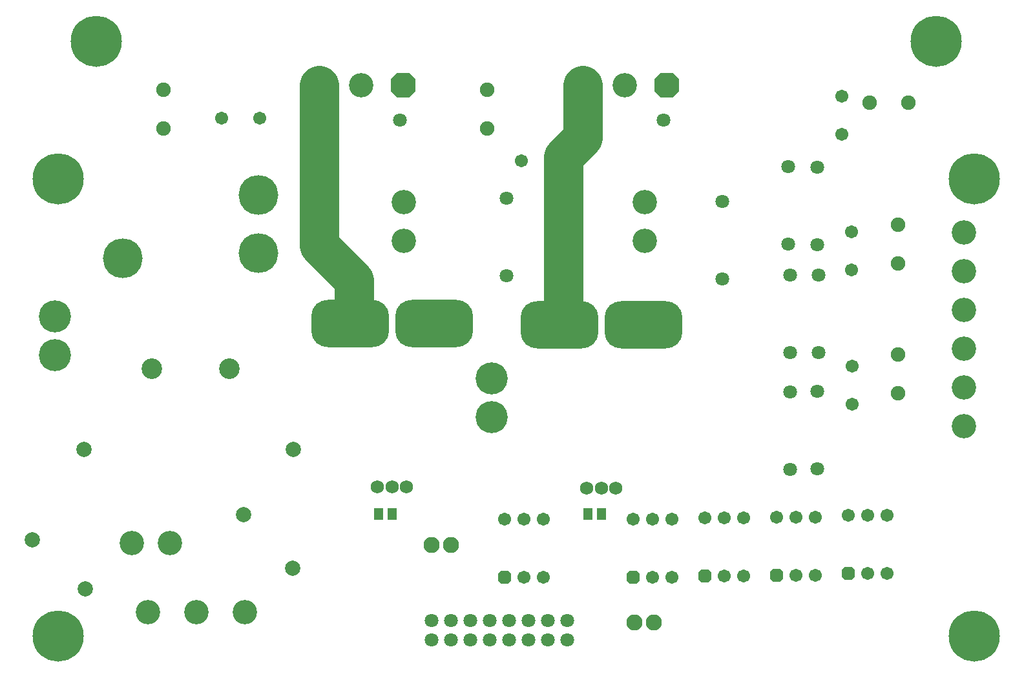
<source format=gts>
%FSLAX24Y24*%
%MOIN*%
G70*
G01*
G75*
G04 Layer_Color=8388736*
%ADD10R,0.0413X0.0551*%
%ADD11C,0.0591*%
%ADD12C,0.1969*%
%ADD13C,0.0394*%
%ADD14C,0.0197*%
%ADD15C,0.0118*%
%ADD16C,0.2362*%
%ADD17C,0.1575*%
%ADD18C,0.0787*%
%ADD19C,0.1181*%
%ADD20C,0.0100*%
%ADD21C,0.2559*%
%ADD22C,0.0591*%
%ADD23C,0.1181*%
%ADD24C,0.0748*%
%ADD25C,0.0630*%
%ADD26C,0.1575*%
%ADD27C,0.0669*%
G04:AMPARAMS|DCode=28|XSize=59.1mil|YSize=59.1mil|CornerRadius=0mil|HoleSize=0mil|Usage=FLASHONLY|Rotation=90.000|XOffset=0mil|YOffset=0mil|HoleType=Round|Shape=Octagon|*
%AMOCTAGOND28*
4,1,8,0.0148,0.0295,-0.0148,0.0295,-0.0295,0.0148,-0.0295,-0.0148,-0.0148,-0.0295,0.0148,-0.0295,0.0295,-0.0148,0.0295,0.0148,0.0148,0.0295,0.0*
%
%ADD28OCTAGOND28*%

G04:AMPARAMS|DCode=29|XSize=118.1mil|YSize=118.1mil|CornerRadius=0mil|HoleSize=0mil|Usage=FLASHONLY|Rotation=0.000|XOffset=0mil|YOffset=0mil|HoleType=Round|Shape=Octagon|*
%AMOCTAGOND29*
4,1,8,0.0591,-0.0295,0.0591,0.0295,0.0295,0.0591,-0.0295,0.0591,-0.0591,0.0295,-0.0591,-0.0295,-0.0295,-0.0591,0.0295,-0.0591,0.0591,-0.0295,0.0*
%
%ADD29OCTAGOND29*%

%ADD30C,0.0709*%
%ADD31C,0.1969*%
%ADD32C,0.0984*%
%ADD33C,0.0600*%
G04:AMPARAMS|DCode=34|XSize=393.7mil|YSize=236.2mil|CornerRadius=82.7mil|HoleSize=0mil|Usage=FLASHONLY|Rotation=0.000|XOffset=0mil|YOffset=0mil|HoleType=Round|Shape=RoundedRectangle|*
%AMROUNDEDRECTD34*
21,1,0.3937,0.0709,0,0,0.0*
21,1,0.2283,0.2362,0,0,0.0*
1,1,0.1654,0.1142,-0.0354*
1,1,0.1654,-0.1142,-0.0354*
1,1,0.1654,-0.1142,0.0354*
1,1,0.1654,0.1142,0.0354*
%
%ADD34ROUNDEDRECTD34*%
%ADD35C,0.0500*%
%ADD36R,0.0551X0.0413*%
G04:AMPARAMS|DCode=37|XSize=55mil|YSize=60mil|CornerRadius=13.8mil|HoleSize=0mil|Usage=FLASHONLY|Rotation=180.000|XOffset=0mil|YOffset=0mil|HoleType=Round|Shape=RoundedRectangle|*
%AMROUNDEDRECTD37*
21,1,0.0550,0.0325,0,0,180.0*
21,1,0.0275,0.0600,0,0,180.0*
1,1,0.0275,-0.0138,0.0163*
1,1,0.0275,0.0138,0.0163*
1,1,0.0275,0.0138,-0.0163*
1,1,0.0275,-0.0138,-0.0163*
%
%ADD37ROUNDEDRECTD37*%
%ADD38R,0.0787X0.0472*%
%ADD39R,0.2205X0.2205*%
%ADD40C,0.0295*%
%ADD41C,0.0079*%
%ADD42C,0.0039*%
%ADD43C,0.0050*%
%ADD44C,0.0059*%
%ADD45R,0.1181X0.1969*%
%ADD46R,0.0493X0.0631*%
%ADD47C,0.2049*%
%ADD48C,0.0474*%
%ADD49C,0.2639*%
%ADD50C,0.0671*%
%ADD51C,0.1261*%
%ADD52C,0.0828*%
%ADD53C,0.0710*%
%ADD54C,0.1655*%
%ADD55C,0.0749*%
G04:AMPARAMS|DCode=56|XSize=67.1mil|YSize=67.1mil|CornerRadius=0mil|HoleSize=0mil|Usage=FLASHONLY|Rotation=90.000|XOffset=0mil|YOffset=0mil|HoleType=Round|Shape=Octagon|*
%AMOCTAGOND56*
4,1,8,0.0168,0.0335,-0.0168,0.0335,-0.0335,0.0168,-0.0335,-0.0168,-0.0168,-0.0335,0.0168,-0.0335,0.0335,-0.0168,0.0335,0.0168,0.0168,0.0335,0.0*
%
%ADD56OCTAGOND56*%

G04:AMPARAMS|DCode=57|XSize=126.1mil|YSize=126.1mil|CornerRadius=0mil|HoleSize=0mil|Usage=FLASHONLY|Rotation=0.000|XOffset=0mil|YOffset=0mil|HoleType=Round|Shape=Octagon|*
%AMOCTAGOND57*
4,1,8,0.0631,-0.0315,0.0631,0.0315,0.0315,0.0631,-0.0315,0.0631,-0.0631,0.0315,-0.0631,-0.0315,-0.0315,-0.0631,0.0315,-0.0631,0.0631,-0.0315,0.0*
%
%ADD57OCTAGOND57*%

%ADD58C,0.0789*%
%ADD59C,0.2049*%
%ADD60C,0.1064*%
%ADD61C,0.0680*%
G04:AMPARAMS|DCode=62|XSize=401.7mil|YSize=244.2mil|CornerRadius=86.7mil|HoleSize=0mil|Usage=FLASHONLY|Rotation=0.000|XOffset=0mil|YOffset=0mil|HoleType=Round|Shape=RoundedRectangle|*
%AMROUNDEDRECTD62*
21,1,0.4017,0.0709,0,0,0.0*
21,1,0.2283,0.2442,0,0,0.0*
1,1,0.1734,0.1142,-0.0354*
1,1,0.1734,-0.1142,-0.0354*
1,1,0.1734,-0.1142,0.0354*
1,1,0.1734,0.1142,0.0354*
%
%ADD62ROUNDEDRECTD62*%
D46*
X41096Y16150D02*
D03*
X41804D02*
D03*
X30296D02*
D03*
X31004D02*
D03*
D47*
X27235Y30015D02*
Y36500D01*
Y38300D01*
Y30015D02*
X29032Y28219D01*
Y25975D02*
Y28219D01*
X39832Y34597D02*
X40835Y35600D01*
X39832Y25925D02*
Y34597D01*
X40835Y35600D02*
Y38300D01*
D48*
X27235Y36500D02*
X27400D01*
D49*
X15748Y40551D02*
D03*
X59055D02*
D03*
X61024Y33465D02*
D03*
X13780D02*
D03*
Y9843D02*
D03*
X61024D02*
D03*
D50*
X54200Y35766D02*
D03*
Y37734D02*
D03*
X24184Y36600D02*
D03*
X22216D02*
D03*
X54700Y28766D02*
D03*
Y30734D02*
D03*
X54750Y21816D02*
D03*
Y23784D02*
D03*
X37800Y12900D02*
D03*
X38800D02*
D03*
Y15900D02*
D03*
X37800D02*
D03*
X36800D02*
D03*
X39634Y34400D02*
D03*
X37666D02*
D03*
X55550Y13100D02*
D03*
X56550D02*
D03*
Y16100D02*
D03*
X55550D02*
D03*
X54550D02*
D03*
X51850Y13000D02*
D03*
X52850D02*
D03*
Y16000D02*
D03*
X51850D02*
D03*
X50850D02*
D03*
X48150Y12950D02*
D03*
X49150D02*
D03*
Y15950D02*
D03*
X48150D02*
D03*
X47150D02*
D03*
X44450Y12900D02*
D03*
X45450D02*
D03*
Y15900D02*
D03*
X44450D02*
D03*
X43450D02*
D03*
D51*
X18400Y11100D02*
D03*
X20900D02*
D03*
X23400D02*
D03*
X44050Y32250D02*
D03*
Y30250D02*
D03*
X60500Y30700D02*
D03*
Y28700D02*
D03*
X31600Y32250D02*
D03*
Y30250D02*
D03*
X60500Y26700D02*
D03*
Y24700D02*
D03*
Y22700D02*
D03*
Y20700D02*
D03*
X19534Y14650D02*
D03*
X17566D02*
D03*
X29400Y38300D02*
D03*
X27235D02*
D03*
X43000D02*
D03*
X40835D02*
D03*
D52*
X33050Y14551D02*
D03*
X34050Y14549D02*
D03*
X44500Y10549D02*
D03*
X43500Y10551D02*
D03*
D53*
X38050Y9650D02*
D03*
Y10650D02*
D03*
X39050Y9650D02*
D03*
Y10650D02*
D03*
X40050D02*
D03*
Y9650D02*
D03*
X33050D02*
D03*
Y10650D02*
D03*
X34050Y9650D02*
D03*
Y10650D02*
D03*
X35050D02*
D03*
Y9650D02*
D03*
X36050Y10650D02*
D03*
Y9650D02*
D03*
X37050Y10650D02*
D03*
Y9650D02*
D03*
X48050Y32300D02*
D03*
Y28300D02*
D03*
X52950Y30050D02*
D03*
Y34050D02*
D03*
X51450Y34100D02*
D03*
Y30100D02*
D03*
X53000Y24500D02*
D03*
Y28500D02*
D03*
X51550D02*
D03*
Y24500D02*
D03*
X27400Y36500D02*
D03*
X31400D02*
D03*
X41000D02*
D03*
X45000D02*
D03*
X36900Y32450D02*
D03*
Y28450D02*
D03*
X51550Y22450D02*
D03*
Y18450D02*
D03*
X52950Y18500D02*
D03*
Y22500D02*
D03*
D54*
X36150Y21150D02*
D03*
Y23150D02*
D03*
X13600Y26350D02*
D03*
Y24350D02*
D03*
D55*
X35900Y36050D02*
D03*
Y38050D02*
D03*
X55650Y37400D02*
D03*
X57650D02*
D03*
X19200Y36050D02*
D03*
Y38050D02*
D03*
X57100Y31100D02*
D03*
Y29100D02*
D03*
Y24400D02*
D03*
Y22400D02*
D03*
D56*
X36800Y12900D02*
D03*
X54550Y13100D02*
D03*
X50850Y13000D02*
D03*
X47150Y12950D02*
D03*
X43450Y12900D02*
D03*
D57*
X31565Y38300D02*
D03*
X45165D02*
D03*
D58*
X15087Y19500D02*
D03*
X25913D02*
D03*
X15178Y12286D02*
D03*
X12422Y14814D02*
D03*
X25864Y13372D02*
D03*
X23336Y16128D02*
D03*
D59*
X24104Y32626D02*
D03*
X17096Y29343D02*
D03*
X24104Y29634D02*
D03*
D60*
X18592Y23650D02*
D03*
X22608D02*
D03*
D61*
X30252Y17550D02*
D03*
X31748D02*
D03*
X31000D02*
D03*
X41052Y17500D02*
D03*
X42548D02*
D03*
X41800D02*
D03*
D62*
X33165Y25975D02*
D03*
X28835D02*
D03*
X43965Y25925D02*
D03*
X39635D02*
D03*
M02*

</source>
